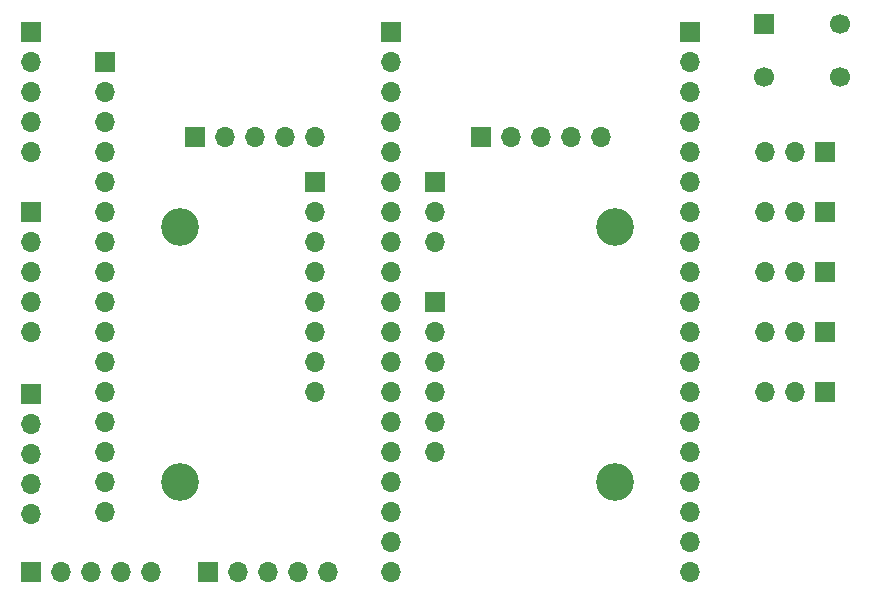
<source format=gbr>
%TF.GenerationSoftware,KiCad,Pcbnew,8.0.3*%
%TF.CreationDate,2024-07-03T01:18:00-05:00*%
%TF.ProjectId,lucidGloves,6c756369-6447-46c6-9f76-65732e6b6963,rev?*%
%TF.SameCoordinates,Original*%
%TF.FileFunction,Soldermask,Bot*%
%TF.FilePolarity,Negative*%
%FSLAX46Y46*%
G04 Gerber Fmt 4.6, Leading zero omitted, Abs format (unit mm)*
G04 Created by KiCad (PCBNEW 8.0.3) date 2024-07-03 01:18:00*
%MOMM*%
%LPD*%
G01*
G04 APERTURE LIST*
%ADD10C,3.200000*%
%ADD11O,1.700000X1.700000*%
%ADD12R,1.700000X1.700000*%
%ADD13C,1.700000*%
G04 APERTURE END LIST*
D10*
%TO.C,H2*%
X195580000Y-91440000D03*
%TD*%
D11*
%TO.C,J3*%
X180340000Y-71120000D03*
X180340000Y-68580000D03*
D12*
X180340000Y-66040000D03*
%TD*%
%TO.C,J15*%
X184155000Y-62230000D03*
D11*
X186695000Y-62230000D03*
X189235000Y-62230000D03*
X191775000Y-62230000D03*
X194315000Y-62230000D03*
%TD*%
D12*
%TO.C,J6*%
X160020000Y-62230000D03*
D11*
X162560000Y-62230000D03*
X165100000Y-62230000D03*
X167640000Y-62230000D03*
X170180000Y-62230000D03*
%TD*%
%TO.C,J7*%
X152400000Y-93980000D03*
X152400000Y-91440000D03*
X152400000Y-88900000D03*
X152400000Y-86360000D03*
X152400000Y-83820000D03*
X152400000Y-81280000D03*
X152400000Y-78740000D03*
X152400000Y-76200000D03*
X152400000Y-73660000D03*
X152400000Y-71120000D03*
X152400000Y-68580000D03*
X152400000Y-66040000D03*
X152400000Y-63500000D03*
X152400000Y-60960000D03*
X152400000Y-58420000D03*
D12*
X152400000Y-55880000D03*
%TD*%
D10*
%TO.C,H4*%
X158750000Y-91440000D03*
%TD*%
%TO.C,H3*%
X158750000Y-69850000D03*
%TD*%
%TO.C,H1*%
X195580000Y-69850000D03*
%TD*%
D12*
%TO.C,SW1*%
X208130000Y-52650000D03*
D13*
X214630000Y-52650000D03*
X208130000Y-57150000D03*
X214630000Y-57150000D03*
%TD*%
D12*
%TO.C,J20*%
X213360000Y-83820000D03*
D11*
X210820000Y-83820000D03*
X208280000Y-83820000D03*
%TD*%
D12*
%TO.C,J19*%
X213360000Y-78740000D03*
D11*
X210820000Y-78740000D03*
X208280000Y-78740000D03*
%TD*%
D12*
%TO.C,J18*%
X213360000Y-73660000D03*
D11*
X210820000Y-73660000D03*
X208280000Y-73660000D03*
%TD*%
D12*
%TO.C,J17*%
X213360000Y-68580000D03*
D11*
X210820000Y-68580000D03*
X208280000Y-68580000D03*
%TD*%
D12*
%TO.C,J16*%
X213360000Y-63500000D03*
D11*
X210820000Y-63500000D03*
X208280000Y-63500000D03*
%TD*%
%TO.C,J12*%
X146100000Y-63500000D03*
X146100000Y-60960000D03*
X146100000Y-58420000D03*
X146100000Y-55880000D03*
D12*
X146100000Y-53340000D03*
%TD*%
%TO.C,J11*%
X146100000Y-68580000D03*
D11*
X146100000Y-71120000D03*
X146100000Y-73660000D03*
X146100000Y-76200000D03*
X146100000Y-78740000D03*
%TD*%
D12*
%TO.C,J10*%
X146075000Y-84000000D03*
D11*
X146075000Y-86540000D03*
X146075000Y-89080000D03*
X146075000Y-91620000D03*
X146075000Y-94160000D03*
%TD*%
%TO.C,J9*%
X176555000Y-99060000D03*
X176555000Y-96520000D03*
X176555000Y-93980000D03*
X176555000Y-91440000D03*
X176555000Y-88900000D03*
X176555000Y-86360000D03*
X176555000Y-83820000D03*
X176555000Y-81280000D03*
X176555000Y-78740000D03*
X176555000Y-76200000D03*
X176555000Y-73660000D03*
X176555000Y-71120000D03*
X176555000Y-68580000D03*
X176555000Y-66040000D03*
X176555000Y-63500000D03*
X176555000Y-60960000D03*
X176555000Y-58420000D03*
X176555000Y-55880000D03*
D12*
X176555000Y-53340000D03*
%TD*%
D11*
%TO.C,J5*%
X171280000Y-99060000D03*
X168740000Y-99060000D03*
X166200000Y-99060000D03*
X163660000Y-99060000D03*
D12*
X161120000Y-99060000D03*
%TD*%
%TO.C,J4*%
X146100000Y-99060000D03*
D11*
X148640000Y-99060000D03*
X151180000Y-99060000D03*
X153720000Y-99060000D03*
X156260000Y-99060000D03*
%TD*%
D12*
%TO.C,J13*%
X201930000Y-53340000D03*
D11*
X201930000Y-55880000D03*
X201930000Y-58420000D03*
X201930000Y-60960000D03*
X201930000Y-63500000D03*
X201930000Y-66040000D03*
X201930000Y-68580000D03*
X201930000Y-71120000D03*
X201930000Y-73660000D03*
X201930000Y-76200000D03*
X201930000Y-78740000D03*
X201930000Y-81280000D03*
X201930000Y-83820000D03*
X201930000Y-86360000D03*
X201930000Y-88900000D03*
X201930000Y-91440000D03*
X201930000Y-93980000D03*
X201930000Y-96520000D03*
X201930000Y-99060000D03*
%TD*%
%TO.C,J8*%
X170180000Y-83820000D03*
X170180000Y-81280000D03*
X170180000Y-78740000D03*
X170180000Y-76200000D03*
X170180000Y-73660000D03*
X170180000Y-71120000D03*
X170180000Y-68580000D03*
D12*
X170180000Y-66040000D03*
%TD*%
%TO.C,J14*%
X180340000Y-76200000D03*
D11*
X180340000Y-78740000D03*
X180340000Y-81280000D03*
X180340000Y-83820000D03*
X180340000Y-86360000D03*
X180340000Y-88900000D03*
%TD*%
M02*

</source>
